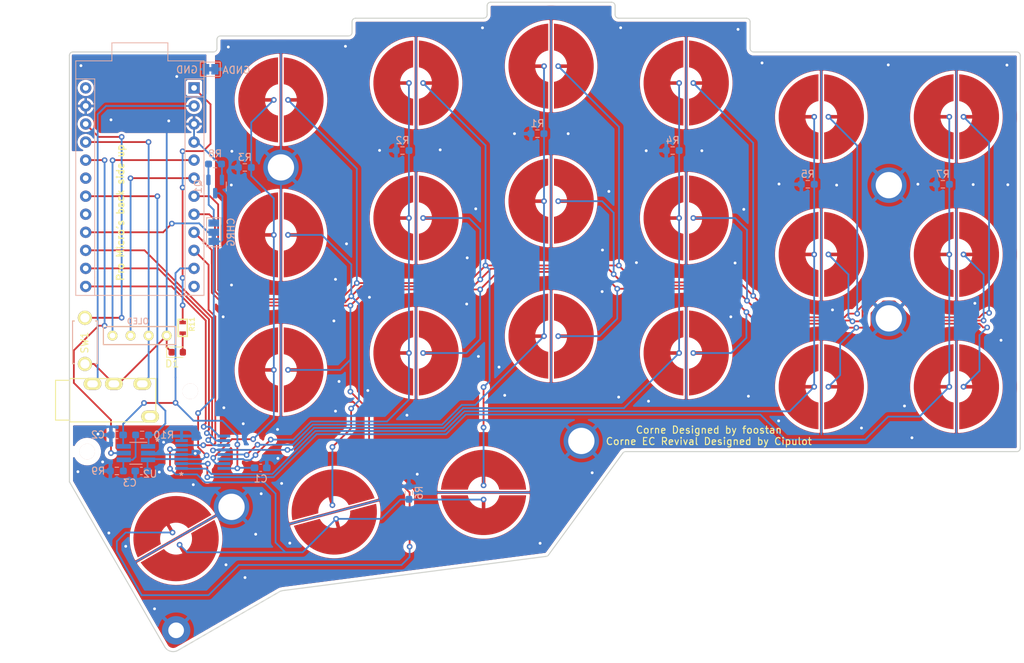
<source format=kicad_pcb>
(kicad_pcb (version 20211014) (generator pcbnew)

  (general
    (thickness 1.6)
  )

  (paper "A4")
  (title_block
    (title "Corne EC Revival | Right Side")
    (date "2022-01-28")
    (rev "1.0")
    (comment 1 "Copyright © 2021 Cipulot")
    (comment 2 "MIT License")
  )

  (layers
    (0 "F.Cu" signal)
    (31 "B.Cu" signal)
    (32 "B.Adhes" user "B.Adhesive")
    (33 "F.Adhes" user "F.Adhesive")
    (34 "B.Paste" user)
    (35 "F.Paste" user)
    (36 "B.SilkS" user "B.Silkscreen")
    (37 "F.SilkS" user "F.Silkscreen")
    (38 "B.Mask" user)
    (39 "F.Mask" user)
    (40 "Dwgs.User" user "User.Drawings")
    (41 "Cmts.User" user "User.Comments")
    (42 "Eco1.User" user "User.Eco1")
    (43 "Eco2.User" user "User.Eco2")
    (44 "Edge.Cuts" user)
    (45 "Margin" user)
    (46 "B.CrtYd" user "B.Courtyard")
    (47 "F.CrtYd" user "F.Courtyard")
    (48 "B.Fab" user)
    (49 "F.Fab" user)
  )

  (setup
    (pad_to_mask_clearance 0)
    (pcbplotparams
      (layerselection 0x00010fc_ffffffff)
      (disableapertmacros false)
      (usegerberextensions false)
      (usegerberattributes false)
      (usegerberadvancedattributes false)
      (creategerberjobfile true)
      (svguseinch false)
      (svgprecision 6)
      (excludeedgelayer true)
      (plotframeref false)
      (viasonmask false)
      (mode 1)
      (useauxorigin false)
      (hpglpennumber 1)
      (hpglpenspeed 20)
      (hpglpendiameter 15.000000)
      (dxfpolygonmode true)
      (dxfimperialunits true)
      (dxfusepcbnewfont true)
      (psnegative false)
      (psa4output false)
      (plotreference true)
      (plotvalue true)
      (plotinvisibletext false)
      (sketchpadsonfab false)
      (subtractmaskfromsilk true)
      (outputformat 1)
      (mirror false)
      (drillshape 0)
      (scaleselection 1)
      (outputdirectory "gerber_right")
    )
  )

  (net 0 "")
  (net 1 "GNDA")
  (net 2 "ROW0")
  (net 3 "COL0")
  (net 4 "ROW1")
  (net 5 "ROW2")
  (net 6 "COL1")
  (net 7 "COL2")
  (net 8 "COL4")
  (net 9 "COL5")
  (net 10 "COL6")
  (net 11 "+5V")
  (net 12 "Net-(C3-Pad1)")
  (net 13 "GND")
  (net 14 "Net-(D1-Pad2)")
  (net 15 "SDA")
  (net 16 "SCL")
  (net 17 "Net-(JP1-Pad3)")
  (net 18 "CHARGE_RST")
  (net 19 "Net-(R10-Pad1)")
  (net 20 "ADC")
  (net 21 "LED")
  (net 22 "RESET")
  (net 23 "OPAMP_SHDN")
  (net 24 "DATA")
  (net 25 "COL_EN")
  (net 26 "CSEL2")
  (net 27 "CSEL1")
  (net 28 "CSEL0")
  (net 29 "unconnected-(U3-Pad17)")
  (net 30 "unconnected-(U3-Pad19)")
  (net 31 "unconnected-(U3-Pad12)")
  (net 32 "unconnected-(U3-Pad24)")
  (net 33 "COL3")
  (net 34 "VCC")
  (net 35 "unconnected-(J2-PadA)")

  (footprint "cipulot_parts:ecs_pad" (layer "F.Cu") (at 109.6264 108.6962))

  (footprint "cipulot_parts:ecs_pad" (layer "F.Cu") (at 109.6264 70.6962))

  (footprint "cipulot_parts:ecs_pad" (layer "F.Cu") (at 147.6264 103.9462))

  (footprint "cipulot_parts:ecs_pad" (layer "F.Cu") (at 166.6264 87.3212))

  (footprint "cipulot_parts:ecs_pad" (layer "F.Cu") (at 128.6264 68.3212))

  (footprint "cipulot_parts:ecs_pad" (layer "F.Cu") (at 147.6264 65.9462))

  (footprint "cipulot_parts:TRRS-PJ-320A-no-Fmask" (layer "F.Cu") (at 79.9277 112.9634 90))

  (footprint "cipulot_parts:SW_3.5x6.0_TH" (layer "F.Cu") (at 82.016459 104.839259 -90))

  (footprint "cipulot_parts:ecs_pad" (layer "F.Cu") (at 117.1264 128.6962 105))

  (footprint "cipulot_parts:ecs_pad" (layer "F.Cu") (at 204.6264 92.44494))

  (footprint "cipulot_parts:R_0603" (layer "F.Cu") (at 95.8078 102.778 -90))

  (footprint "cipulot_parts:ecs_pad" (layer "F.Cu") (at 166.6264 106.3212))

  (footprint "cipulot_parts:ecs_pad" (layer "F.Cu") (at 204.6264 111.0712))

  (footprint "cipulot_parts:ecs_pad" (layer "F.Cu") (at 185.6264 73.0712))

  (footprint "cipulot_parts:ecs_pad" (layer "F.Cu") (at 185.6264 111.0712))

  (footprint "cipulot_parts:ecs_pad" (layer "F.Cu") (at 138.1264 125.9462 90))

  (footprint "Diode_SMD:D_0603_1608Metric" (layer "F.Cu") (at 95.0458 106.207))

  (footprint "cipulot_parts:ecs_pad" (layer "F.Cu") (at 204.6264 73.0712))

  (footprint "cipulot_parts:ecs_pad" (layer "F.Cu")
    (tedit 621C3267) (tstamp ad08e5d4-999e-4573-a2c5-ea4aea5fe9da)
    (at 94.8764 132.4462 120)
    (descr " StepUp generated footprint")
    (property "Sheetfile" "corneec.kicad_sch")
    (property "Sheetname" "")
    (attr smd)
    (fp_text reference "SW22" (at -6 -8 120) (layer "F.SilkS") hide
      (effects (font (size 0.8 0.8) (thickness 0.12)))
      (tstamp c68f5e64-20f7-4b0a-84ed-b14c8d7c07e6)
    )
    (fp_text value "EC_SW" (at -4.899999 -5.6 120) (layer "F.SilkS") hide
      (effects (font (size 0.8 0.8) (thickness 0.12)))
      (tstamp a9b40308-9a16-4f56-9b78-208a40753213)
    )
    (fp_text user "${REFERENCE}" (at 0 -2.5 120) (layer "F.Fab")
      (effects (font (size 0.8 0.8) (thickness 0.12)))
      (tstamp fbd585bf-d10a-4dd1-8376-37b44559ea73)
    )
    (fp_line (start -7 -7) (end -7 7) (layer "Dwgs.User") (width 0.12) (tstamp 129e9de1-deeb-4d1a-81e1-f12aaf4473b6))
    (fp_line (start -7 9) (end 7 9) (layer "Dwgs.User") (width 0.12) (tstamp 13423567-dbe3-4b45-82be-408778f9f42a))
    (fp_line (start 9 -2) (end 9 2) (layer "Dwgs.User") (width 0.12) (tstamp 2344b9a7-b5a4-4896-ad83-1ee9888c2fc5))
    (fp_line (start -9 -7) (end -9 -2) (layer "Dwgs.User") (width 0.12) (tstamp 2bfd0b58-86e5-4f6e-9ee2-57cf0fdc87a5))
    (fp_line (start 7 9) (end 9 7) (layer "Dwgs.User") (width 0.12) (tstamp 307233f7-f5c9-40df-9722-089522eba0d0))
    (fp_line (start -7 7) (end 7 7) (layer "Dwgs.User") (width 0.12) (tstamp 44a093f7-e1f9-4b4b-a7e4-bc7c2bb04ce0))
    (fp_line (start 7 -9) (end -7 -9) (layer "Dwgs.User") (width 0.12) (tstamp 4b706867-c6e6-4a68-9021-1b2021334328))
    (fp_line (start 7 7) (end 7 -7) (layer "Dwgs.User") (width 0.12) (tstamp 684df71a-3b35-42a9-b66b-df6e2c09ee57))
    (fp_line (start 9 7) (end 9 2) (layer "Dwgs.User") (width 0.12) (tstamp 777a9f77-ed93-4dd0-b0e1-92f3508e1f06))
    (fp_line (start 7 -7) (end -7 -7) (layer "Dwgs.User") (width 0.12) (tstamp 81ea2786-5d0c-4335-9e3e-ef74431a8864))
    (fp_line (start -9 2) (end -9 7) (layer "Dwgs.User") (width 0.12) (tstamp ad9a43f6-1244-442e-afff-20aeaa675c81))
    (fp_line (start -7 -9) (end -9 -7) (layer "Dwgs.User") (width 0.12) (tstamp b79a22ed-44a3-43c0-860b-a3f1eee499ee))
    (fp_line (start -9 -2) (end -9 2) (layer "Dwgs.User") (width 0.12) (tstamp bb94b63d-0744-4861-9570-a88b0675521e))
    (fp_line (start 9 -2) (end 9 -7) (layer "Dwgs.User") (width 0.12) (tstamp d2a9dfbb-e6d3-4b33-b503-3b313080e9ea))
    (fp_line (start -9 7) (end -7 9) (layer "Dwgs.User") (width 0.12) (tstamp dd675413-d3f7-4dbb-8317-12cb0fe2346a))
    (fp_line (start 7 -9) (end 9 -7) (layer "Dwgs.User") (width 0.12) (tstamp eb7817e4-d031-4471-be3c-ff46eaa3d69f))
    (fp_arc (start -9 -2) (mid -7 0) (end -9 2) (layer "Dwgs.User") (width 0.12) (tstamp 4507a564-8973-464c-9b72-4cf79d28a93a))
    (fp_arc (start 9 2) (mid 7 0) (end 9 -2) (layer "Dwgs.User") (width 0.12) (tstamp 8726764d-e241-40ae-bc19-f1316ce245a6))
    (fp_arc (start -2 9) (mid 0 7) (end 2 9) (layer "Dwgs.User") (width 0.12) (tstamp 8acdaf93-3378-4d13-8bf9-6b0317108d20))
    (fp_arc (start 2 -9) (mid 0 -7) (end -2 -9) (layer "Dwgs.User") (width 0.12) (tstamp f8349ceb-5255-443b-9fe6-3b41db90a3df))
    (fp_circle (center 0 0) (end 6.5532 0) (layer "User.3") (width 0.12) (fill none) (tstamp f26aae73-55c9-4b84-9413-5f5705da344c))
    (pad "1" smd custom (at -1 0 120) (size 0.4 0.4) (layers "F.Cu")
      (net 10 "COL6") (pinfunction "1") (pintype "passive") (zone_connect 0)
      (options (clearance outline) (anchor circle))
      (primitives
        (gr_poly (pts
            (xy 0.6 -2.214159)
            (xy 0.320477 -2.144936)
            (xy 0.052085 -2.040578)
            (xy -0.20078 -1.902795)
            (xy -0.433976 -1.733843)
            (xy -0.643683 -1.536492)
            (xy -0.826466 -1.313972)
            (xy -0.979332 -1.069928)
            (xy -1.099775 -0.80836)
            (xy -1.185824 -0.53355)
            (xy -1.236068 -0.25)
            (xy 0 -0.25)
            (xy 0.095671 -0.23097)
            (xy 0.176777 -0.176777)
            (xy 0.23097 -0.095671)
            (xy 0.25 0)
            (xy 0.23097 0.095671)
            (xy 0.176777 0.176777)
            (xy 0.095671 0.23097)
            (xy 0 0.25)
            (xy -1.236068 0.25)
            (xy -1.185824 0.53355)
            (xy -1.099775 0.80836)
            (xy -0.979332 1.069928)
            (xy -0.826466 1.313972)
            (xy -0.643683 1.536492)
            (xy -0.433976 1.733843)
            (xy -0.20078 1.902795)
            (xy 0.052085 2.040578)
            (xy 0.320477 2.144936)
            (xy 0.6 2.214159)
            (xy 0.6 5.986652)
            (xy 0.115133 5.934392)
            (xy -0.363889 5.842928)
            (xy -0.8339 5.712864)
            (xy -1.291796 5.545058)
            (xy -1.734552 5.34062)
            (xy -2.159242 5.100901)
            (xy -2.563061 4.827483)
            (xy -2.943342 4.522174)
            (xy -3.297572 4.186989)
            (xy -3.62341 3.824144)
            (xy -3.918705 3.436035)
            (xy -4.181506 3.025227)
            (xy -4.410075 2.594434)
            (xy -4.602904 2.1465)
            (xy -4.758719 1.684386)
            (xy -4.876489 1.211145)
            (xy -4.955438 0.729902)
            (xy -4.995043 0.243838)
            (xy -4.995043 -0.243838)
            (xy -4.955438 -0.729902)
            (xy -4.876489 -1.211145)
            (xy -4.758719 -1.684386)
            (xy -4.602904 -2.1465)
            (xy -4.410075 -2.594434)
            (xy -4.181506 -3.025227)
            (xy -3.918705 -3.436035)
            (xy -3.62341 -3.824144)
            (xy -3.297572 -4.186989)
            (xy -2.943342 -4.522174)
            (xy -2.563061 -4.827483)
            (xy -2.159242 -5.100901)
            (xy -1.734552 -5.34062)
            (xy -1.291796 -5.545058)
            (xy -0.8339 -5.712864)
            (xy -0.363889 -5.842928)
            (xy 0.115133 -5.934392)
            (xy 0.6 -5.986652)
          ) (width 0) (fill yes))
      ) (tstamp ecae09b9-3f5b-4de9-b4ca-13626ad4de37))
    (pad "2" smd custom (at 1 0 300) (size 0.4 0.4) (layers "F.Cu")
      (net 5 "ROW2") (pinfunction "2") (pintype "passive") (zone_connect 0)
      (options (clearance outline) (anchor circle))
      (primitives
        (gr_poly (pts
            (xy 0.6 -2.214159)
            (xy 0.320477 -2.144936)
            (xy 0.052085 -2.040578)
            (xy -0.20078 -1.902795)
            (xy -0.433976 -1.733843)
            (xy -0.643683 -1.536492)
            (xy -0.826466 -1.313972)
            (xy -0.979332 -1.069928)
            (xy -1.099775 -0.80836)
            (xy -1.185824 -0.53355)
            (xy -1.236068 -0.25)
            (xy 0 -0.25)
            (xy 0.095671 -0.23097)
            (xy 0.176777 -0.176777)
            (xy 0.23097 -0.095671)
            (xy 0.25 0)
            (xy 0.23097 0.095671)
            (xy 0.176777 0.176777)
            (xy 0.095671 0.23097)
            (xy 0 0.25)
            (xy -1.236068 0.25)
            (xy -1.185824 0.53355)
            (xy -1.099775 0.80836)
            (xy -0.979332 1.069928)
            (xy -0.826466 1.313972)
            (xy -0.643683 1.536492)
            (xy -0.433976 1.733843)
            (xy -0.20078 1.902795)
            (xy 0.052085 2.040578)
            (xy 0.320477 2.144936)
            (xy 0.6 2.214159)
            (xy 0.6 5.986652)
            (xy 0.115133 5.934392)
            (xy -0.363889 5.842928)
            (xy -0.8339 5.712864)
            (xy -1.291796 5.545058)
            (xy -1.734552 5.34062)
            (xy -2.159242 5.100901)
            (xy -2.563061 4.827483)
            (xy -2.943342 4.522174)
            (xy -3.297572 4.186989)
            (xy -3.62341 3.824144)
            (xy -3.918705 3.436035)
            (xy -4.181506 3.025227)
            (xy -4.410075 2.594434)
            (xy -4.602904 2.1465)
            (xy -4.758719 1.684386)
            (xy -4.876489 1.211145)
            (xy -4.955438 0.729902)
            (xy -4.995043 0.243838)
            (xy -4.995043 -0.243838)
            (xy -4.955438 -0.729902)
            (xy -4.876489 -1.211145)
            (xy -4.758719 -1.684386)
            (xy -4.602904 -2.1465)
            (xy -4.410075 -2.594434)
            (xy -4.181506 -3.025227)
            (xy -3.918705 -3.436035)
            (xy -3.62341 -3.824144)
            (xy -3.297572 -4.186989)
            (xy -2.943342 -4.522174)
            (xy -2.563061 -4.827483)
            (xy -2.159242 -5.100901)
            (xy -1.734552 -5.34062)
            (xy -1.291796 -5.545058)
            (xy -0.8339 -5.712864)
            (xy -0.363889 -5.842928)
            (xy 0.115133 -5.934392)
            (xy 0.6 -5.986652)
          ) (width 0) (fill yes))
      ) (tstamp 6a081614-ed2f-4031-bf43-f30b9aee7452))
    (pad "3" smd custom (at 8 0 120) (size 0.5 0.5) (layers "F.Cu")
      (net 1 "GNDA") (pinfunction "SG") (pintype "input") (zone_connect 2)
      (options (clearance convexhull) (anchor rect))
      (primitives
        (gr_circle (center -8 0) (end -0.25 0) (width 1.5))
        (gr_line (start -8 8) (end -8 -8) (width 0.4))
      ) (tstamp efce253b-e425-496e-ae5b-bdc55e591d7d))
    (zone (net 0) (net_name "") (layer "B.Cu") (tstamp bc3cf1c9-21e5-41ac-a860-04a6c449dfac) (hatch edge 0.508)
      (connect_pads (clearance 0))
      (min_thickness 0.254)
      (keepout (tracks allowed) (vias allowed) (pads allowed ) (copperpour not_allowed) (footprints allowed))
      (fill (thermal_gap 0.508) (thermal_bridge_width 0.508))
      (polygon
        (pts
          (xy 91.597272 126.766584)
          (xy 91.161763 127.04137)
          (xy 90.749156 127.349478)
          (xy 90.361995 127.689009
... [1085886 chars truncated]
</source>
